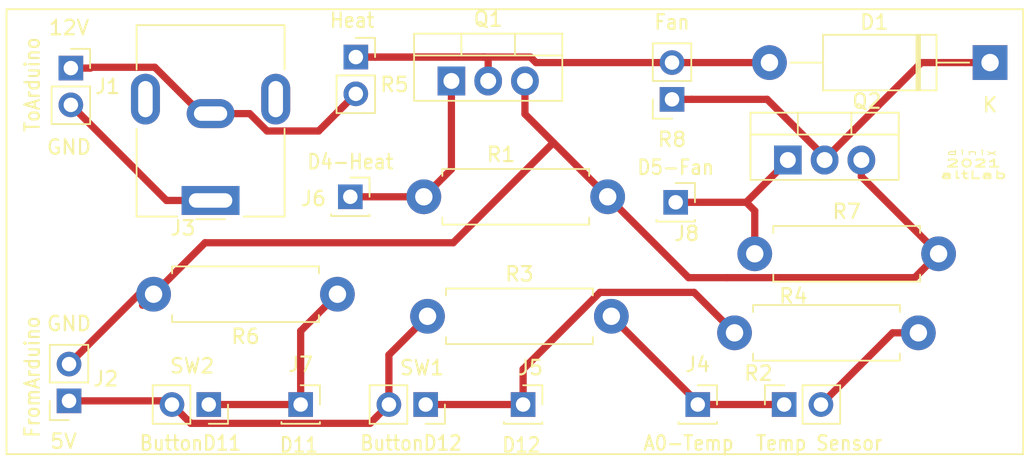
<source format=kicad_pcb>
(kicad_pcb (version 20221018) (generator pcbnew)
  (layers (0 "F.Cu" signal) (31 "B.Cu" signal) (34 "B.Paste" user) (35 "F.Paste" user) (36 "B.SilkS" user "B.Silkscreen") (37 "F.SilkS" user "F.Silkscreen") (38 "B.Mask" user) (39 "F.Mask" user) (44 "Edge.Cuts" user))
  (net 0 "")
  (net 1 "Net-(D1-Pad1)")
  (net 2 "Net-(D1-Pad2)")
  (net 3 "Net-(J1-Pad2)")
  (net 4 "Net-(J1-Pad1)")
  (net 5 "Net-(J2-Pad1)")
  (net 6 "Net-(J2-Pad2)")
  (net 7 "Net-(J4-Pad1)")
  (net 8 "Net-(J5-Pad1)")
  (net 9 "Net-(J6-Pad1)")
  (net 10 "Net-(J7-Pad1)")
  (net 11 "Net-(J8-Pad1)")
  (footprint "Diode_THT:D_DO-15_P15.24mm_Horizontal" (layer "F.Cu") (at 124.968 44.704 180)
    (fp_text reference "D1" (at 8.001 2.794) (layer "F.SilkS"))
    (fp_text value "DIODE")
    (fp_text user "K" (at 0 -2.921) (layer "F.SilkS"))
    (fp_line (start 1.44 0) (end 3.7 0) (stroke (width 0.12)) (layer "F.SilkS"))
    (fp_line (start 3.7 -1.92) (end 3.7 1.92) (stroke (width 0.12)) (layer "F.SilkS"))
    (fp_line (start 3.7 1.92) (end 11.54 1.92) (stroke (width 0.12)) (layer "F.SilkS"))
    (fp_line (start 4.84 -1.92) (end 4.84 1.92) (stroke (width 0.12)) (layer "F.SilkS"))
    (fp_line (start 4.96 -1.92) (end 4.96 1.92) (stroke (width 0.12)) (layer "F.SilkS"))
    (fp_line (start 5.08 -1.92) (end 5.08 1.92) (stroke (width 0.12)) (layer "F.SilkS"))
    (fp_line (start 11.54 -1.92) (end 3.7 -1.92) (stroke (width 0.12)) (layer "F.SilkS"))
    (fp_line (start 11.54 1.92) (end 11.54 -1.92) (stroke (width 0.12)) (layer "F.SilkS"))
    (fp_line (start 13.8 0) (end 11.54 0) (stroke (width 0.12)) (layer "F.SilkS"))
    (pad "1" thru_hole rect (at 0 0 180) (size 2.4 2.4) (drill 1.2) (layers "*.Cu" "*.Mask") (net 1 "Net-(D1-Pad1)"))
    (pad "2" thru_hole oval (at 15.24 0 180) (size 2.4 2.4) (drill 1.2) (layers "*.Cu" "*.Mask") (net 2 "Net-(D1-Pad2)"))
  )
  (footprint "Connector_PinSocket_2.54mm:PinSocket_1x02_P2.54mm_Vertical" (layer "F.Cu") (at 61.468 45.085)
    (fp_text reference "J1" (at 2.54 1.27) (layer "F.SilkS"))
    (fp_text value "ToArduino")
    (fp_line (start -1.33 1.27) (end -1.33 3.87) (stroke (width 0.12)) (layer "F.SilkS"))
    (fp_line (start -1.33 1.27) (end 1.33 1.27) (stroke (width 0.12)) (layer "F.SilkS"))
    (fp_line (start -1.33 3.87) (end 1.33 3.87) (stroke (width 0.12)) (layer "F.SilkS"))
    (fp_line (start 0 -1.33) (end 1.33 -1.33) (stroke (width 0.12)) (layer "F.SilkS"))
    (fp_line (start 1.33 -1.33) (end 1.33 0) (stroke (width 0.12)) (layer "F.SilkS"))
    (fp_line (start 1.33 1.27) (end 1.33 3.87) (stroke (width 0.12)) (layer "F.SilkS"))
    (pad "1" thru_hole rect (at 0 0) (size 1.7 1.7) (drill 1) (layers "*.Cu" "*.Mask") (net 4 "Net-(J1-Pad1)"))
    (pad "2" thru_hole oval (at 0 2.54) (size 1.7 1.7) (drill 1) (layers "*.Cu" "*.Mask") (net 3 "Net-(J1-Pad2)"))
  )
  (footprint "Connector_PinSocket_2.54mm:PinSocket_1x02_P2.54mm_Vertical" (layer "F.Cu") (at 61.341 68.072 180)
    (fp_text reference "J2" (at -2.54 1.524) (layer "F.SilkS"))
    (fp_text value "FromArduino")
    (fp_line (start -1.33 1.27) (end -1.33 3.87) (stroke (width 0.12)) (layer "F.SilkS"))
    (fp_line (start -1.33 1.27) (end 1.33 1.27) (stroke (width 0.12)) (layer "F.SilkS"))
    (fp_line (start -1.33 3.87) (end 1.33 3.87) (stroke (width 0.12)) (layer "F.SilkS"))
    (fp_line (start 0 -1.33) (end 1.33 -1.33) (stroke (width 0.12)) (layer "F.SilkS"))
    (fp_line (start 1.33 -1.33) (end 1.33 0) (stroke (width 0.12)) (layer "F.SilkS"))
    (fp_line (start 1.33 1.27) (end 1.33 3.87) (stroke (width 0.12)) (layer "F.SilkS"))
    (pad "1" thru_hole rect (at 0 0 180) (size 1.7 1.7) (drill 1) (layers "*.Cu" "*.Mask") (net 5 "Net-(J2-Pad1)"))
    (pad "2" thru_hole oval (at 0 2.54 180) (size 1.7 1.7) (drill 1) (layers "*.Cu" "*.Mask") (net 6 "Net-(J2-Pad2)"))
  )
  (footprint "Connector_BarrelJack:BarrelJack_CUI_PJ-063AH_Horizontal" (layer "F.Cu") (at 71.12 54.229 180)
    (fp_text reference "J3" (at 1.905 -1.905) (layer "F.SilkS"))
    (fp_text value "Power12V")
    (fp_line (start -5.11 -1.11) (end -2.3 -1.11) (stroke (width 0.12)) (layer "F.SilkS"))
    (fp_line (start -5.11 4.95) (end -5.11 -1.11) (stroke (width 0.12)) (layer "F.SilkS"))
    (fp_line (start -5.11 12.11) (end -5.11 9.05) (stroke (width 0.12)) (layer "F.SilkS"))
    (fp_line (start -1 -1.3) (end 1 -1.3) (stroke (width 0.12)) (layer "F.SilkS"))
    (fp_line (start 2.3 -1.11) (end 5.11 -1.11) (stroke (width 0.12)) (layer "F.SilkS"))
    (fp_line (start 5.11 -1.11) (end 5.11 4.95) (stroke (width 0.12)) (layer "F.SilkS"))
    (fp_line (start 5.11 9.05) (end 5.11 12.11) (stroke (width 0.12)) (layer "F.SilkS"))
    (fp_line (start 5.11 12.11) (end -5.11 12.11) (stroke (width 0.12)) (layer "F.SilkS"))
    (pad "" np_thru_hole circle (at 0 9 180) (size 1.6 1.6) (drill 1.6) (layers "*.Cu" "*.Mask"))
    (pad "1" thru_hole rect (at 0 0 180) (size 4 2) (drill oval 3 1) (layers "*.Cu" "*.Mask") (net 3 "Net-(J1-Pad2)"))
    (pad "2" thru_hole oval (at 0 6 180) (size 3.3 2) (drill oval 2.3 1) (layers "*.Cu" "*.Mask") (net 4 "Net-(J1-Pad1)"))
    (pad "MP" thru_hole oval (at -4.5 7 180) (size 2 3.5) (drill oval 1 2.5) (layers "*.Cu" "*.Mask"))
    (pad "MP" thru_hole oval (at 4.5 7 180) (size 2 3.5) (drill oval 1 2.5) (layers "*.Cu" "*.Mask"))
  )
  (footprint "Connector_PinSocket_2.54mm:PinSocket_1x01_P2.54mm_Vertical" (layer "F.Cu") (at 104.775 68.326)
    (fp_text reference "J4" (at 0 -2.77) (layer "F.SilkS"))
    (fp_text value "A0 Sensor")
    (fp_line (start -1.33 1.21) (end -1.33 1.33) (stroke (width 0.12)) (layer "F.SilkS"))
    (fp_line (start -1.33 1.33) (end 1.33 1.33) (stroke (width 0.12)) (layer "F.SilkS"))
    (fp_line (start 0 -1.33) (end 1.33 -1.33) (stroke (width 0.12)) (layer "F.SilkS"))
    (fp_line (start 1.33 -1.33) (end 1.33 0) (stroke (width 0.12)) (layer "F.SilkS"))
    (fp_line (start 1.33 1.21) (end 1.33 1.33) (stroke (width 0.12)) (layer "F.SilkS"))
    (pad "1" thru_hole rect (at 0 0) (size 1.7 1.7) (drill 1) (layers "*.Cu" "*.Mask") (net 7 "Net-(J4-Pad1)"))
  )
  (footprint "Connector_PinSocket_2.54mm:PinSocket_1x01_P2.54mm_Vertical" (layer "F.Cu") (at 92.71 68.326)
    (fp_text reference "J5" (at 0.508 -2.54) (layer "F.SilkS"))
    (fp_text value "D12")
    (fp_line (start -1.33 1.21) (end -1.33 1.33) (stroke (width 0.12)) (layer "F.SilkS"))
    (fp_line (start -1.33 1.33) (end 1.33 1.33) (stroke (width 0.12)) (layer "F.SilkS"))
    (fp_line (start 0 -1.33) (end 1.33 -1.33) (stroke (width 0.12)) (layer "F.SilkS"))
    (fp_line (start 1.33 -1.33) (end 1.33 0) (stroke (width 0.12)) (layer "F.SilkS"))
    (fp_line (start 1.33 1.21) (end 1.33 1.33) (stroke (width 0.12)) (layer "F.SilkS"))
    (pad "1" thru_hole rect (at 0 0) (size 1.7 1.7) (drill 1) (layers "*.Cu" "*.Mask") (net 8 "Net-(J5-Pad1)"))
  )
  (footprint "Connector_PinSocket_2.54mm:PinSocket_1x01_P2.54mm_Vertical" (layer "F.Cu") (at 80.772 53.975)
    (fp_text reference "J6" (at -2.54 0.127) (layer "F.SilkS"))
    (fp_text value "D4 - Heat")
    (fp_line (start -1.33 1.21) (end -1.33 1.33) (stroke (width 0.12)) (layer "F.SilkS"))
    (fp_line (start -1.33 1.33) (end 1.33 1.33) (stroke (width 0.12)) (layer "F.SilkS"))
    (fp_line (start 0 -1.33) (end 1.33 -1.33) (stroke (width 0.12)) (layer "F.SilkS"))
    (fp_line (start 1.33 -1.33) (end 1.33 0) (stroke (width 0.12)) (layer "F.SilkS"))
    (fp_line (start 1.33 1.21) (end 1.33 1.33) (stroke (width 0.12)) (layer "F.SilkS"))
    (pad "1" thru_hole rect (at 0 0) (size 1.7 1.7) (drill 1) (layers "*.Cu" "*.Mask") (net 9 "Net-(J6-Pad1)"))
  )
  (footprint "Connector_PinSocket_2.54mm:PinSocket_1x01_P2.54mm_Vertical" (layer "F.Cu") (at 77.343 68.326)
    (fp_text reference "J7" (at 0 -2.77) (layer "F.SilkS"))
    (fp_text value "D11")
    (fp_line (start -1.33 1.21) (end -1.33 1.33) (stroke (width 0.12)) (layer "F.SilkS"))
    (fp_line (start -1.33 1.33) (end 1.33 1.33) (stroke (width 0.12)) (layer "F.SilkS"))
    (fp_line (start 0 -1.33) (end 1.33 -1.33) (stroke (width 0.12)) (layer "F.SilkS"))
    (fp_line (start 1.33 -1.33) (end 1.33 0) (stroke (width 0.12)) (layer "F.SilkS"))
    (fp_line (start 1.33 1.21) (end 1.33 1.33) (stroke (width 0.12)) (layer "F.SilkS"))
    (pad "1" thru_hole rect (at 0 0) (size 1.7 1.7) (drill 1) (layers "*.Cu" "*.Mask") (net 10 "Net-(J7-Pad1)"))
  )
  (footprint "Connector_PinSocket_2.54mm:PinSocket_1x01_P2.54mm_Vertical" (layer "F.Cu") (at 103.251 54.356)
    (fp_text reference "J8" (at 0.762 2.159) (layer "F.SilkS"))
    (fp_text value "D5-Fan")
    (fp_line (start -1.33 1.21) (end -1.33 1.33) (stroke (width 0.12)) (layer "F.SilkS"))
    (fp_line (start -1.33 1.33) (end 1.33 1.33) (stroke (width 0.12)) (layer "F.SilkS"))
    (fp_line (start 0 -1.33) (end 1.33 -1.33) (stroke (width 0.12)) (layer "F.SilkS"))
    (fp_line (start 1.33 -1.33) (end 1.33 0) (stroke (width 0.12)) (layer "F.SilkS"))
    (fp_line (start 1.33 1.21) (end 1.33 1.33) (stroke (width 0.12)) (layer "F.SilkS"))
    (pad "1" thru_hole rect (at 0 0) (size 1.7 1.7) (drill 1) (layers "*.Cu" "*.Mask") (net 11 "Net-(J8-Pad1)"))
  )
  (footprint "Package_TO_SOT_THT:TO-220-3_Vertical" (layer "F.Cu") (at 87.757 45.974)
    (fp_text reference "Q1" (at 2.54 -4.27) (layer "F.SilkS"))
    (fp_text value "IRF-Heat")
    (fp_line (start -2.58 -3.27) (end -2.58 1.371) (stroke (width 0.12)) (layer "F.SilkS"))
    (fp_line (start -2.58 -3.27) (end 7.66 -3.27) (stroke (width 0.12)) (layer "F.SilkS"))
    (fp_line (start -2.58 -1.76) (end 7.66 -1.76) (stroke (width 0.12)) (layer "F.SilkS"))
    (fp_line (start -2.58 1.371) (end 7.66 1.371) (stroke (width 0.12)) (layer "F.SilkS"))
    (fp_line (start 0.69 -3.27) (end 0.69 -1.76) (stroke (width 0.12)) (layer "F.SilkS"))
    (fp_line (start 4.391 -3.27) (end 4.391 -1.76) (stroke (width 0.12)) (layer "F.SilkS"))
    (fp_line (start 7.66 -3.27) (end 7.66 1.371) (stroke (width 0.12)) (layer "F.SilkS"))
    (pad "1" thru_hole rect (at 0 0) (size 1.905 2) (drill 1.1) (layers "*.Cu" "*.Mask") (net 9 "Net-(J6-Pad1)"))
    (pad "2" thru_hole oval (at 2.54 0) (size 1.905 2) (drill 1.1) (layers "*.Cu" "*.Mask") (net 2 "Net-(D1-Pad2)"))
    (pad "3" thru_hole oval (at 5.08 0) (size 1.905 2) (drill 1.1) (layers "*.Cu" "*.Mask") (net 6 "Net-(J2-Pad2)"))
  )
  (footprint "Package_TO_SOT_THT:TO-220-3_Vertical" (layer "F.Cu") (at 110.998 51.435)
    (fp_text reference "Q2" (at 5.461 -4.064) (layer "F.SilkS"))
    (fp_text value "IRF-Fan")
    (fp_line (start -2.58 -3.27) (end -2.58 1.371) (stroke (width 0.12)) (layer "F.SilkS"))
    (fp_line (start -2.58 -3.27) (end 7.66 -3.27) (stroke (width 0.12)) (layer "F.SilkS"))
    (fp_line (start -2.58 -1.76) (end 7.66 -1.76) (stroke (width 0.12)) (layer "F.SilkS"))
    (fp_line (start -2.58 1.371) (end 7.66 1.371) (stroke (width 0.12)) (layer "F.SilkS"))
    (fp_line (start 0.69 -3.27) (end 0.69 -1.76) (stroke (width 0.12)) (layer "F.SilkS"))
    (fp_line (start 4.391 -3.27) (end 4.391 -1.76) (stroke (width 0.12)) (layer "F.SilkS"))
    (fp_line (start 7.66 -3.27) (end 7.66 1.371) (stroke (width 0.12)) (layer "F.SilkS"))
    (pad "1" thru_hole rect (at 0 0) (size 1.905 2) (drill 1.1) (layers "*.Cu" "*.Mask") (net 11 "Net-(J8-Pad1)"))
    (pad "2" thru_hole oval (at 2.54 0) (size 1.905 2) (drill 1.1) (layers "*.Cu" "*.Mask") (net 1 "Net-(D1-Pad1)"))
    (pad "3" thru_hole oval (at 5.08 0) (size 1.905 2) (drill 1.1) (layers "*.Cu" "*.Mask") (net 6 "Net-(J2-Pad2)"))
  )
  (footprint "Resistor_THT:R_Axial_DIN0411_L9.9mm_D3.6mm_P12.70mm_Horizontal" (layer "F.Cu") (at 85.852 53.975)
    (fp_text reference "R1" (at 5.334 -2.921) (layer "F.SilkS"))
    (fp_text value "Heat-R")
    (fp_line (start 1.28 -1.92) (end 11.42 -1.92) (stroke (width 0.12)) (layer "F.SilkS"))
    (fp_line (start 1.28 -1.44) (end 1.28 -1.92) (stroke (width 0.12)) (layer "F.SilkS"))
    (fp_line (start 1.28 1.44) (end 1.28 1.92) (stroke (width 0.12)) (layer "F.SilkS"))
    (fp_line (start 1.28 1.92) (end 11.42 1.92) (stroke (width 0.12)) (layer "F.SilkS"))
    (fp_line (start 11.42 -1.92) (end 11.42 -1.44) (stroke (width 0.12)) (layer "F.SilkS"))
    (fp_line (start 11.42 1.92) (end 11.42 1.44) (stroke (width 0.12)) (layer "F.SilkS"))
    (pad "1" thru_hole circle (at 0 0) (size 2.4 2.4) (drill 1.2) (layers "*.Cu" "*.Mask") (net 9 "Net-(J6-Pad1)"))
    (pad "2" thru_hole oval (at 12.7 0) (size 2.4 2.4) (drill 1.2) (layers "*.Cu" "*.Mask") (net 6 "Net-(J2-Pad2)"))
  )
  (footprint "Connector_PinSocket_2.54mm:PinSocket_1x02_P2.54mm_Vertical" (layer "F.Cu") (at 110.744 68.326 90)
    (fp_text reference "R2" (at 2.159 -1.778 180) (layer "F.SilkS"))
    (fp_text value "Sensor")
    (fp_line (start -1.33 1.27) (end -1.33 3.87) (stroke (width 0.12)) (layer "F.SilkS"))
    (fp_line (start -1.33 1.27) (end 1.33 1.27) (stroke (width 0.12)) (layer "F.SilkS"))
    (fp_line (start -1.33 3.87) (end 1.33 3.87) (stroke (width 0.12)) (layer "F.SilkS"))
    (fp_line (start 0 -1.33) (end 1.33 -1.33) (stroke (width 0.12)) (layer "F.SilkS"))
    (fp_line (start 1.33 -1.33) (end 1.33 0) (stroke (width 0.12)) (layer "F.SilkS"))
    (fp_line (start 1.33 1.27) (end 1.33 3.87) (stroke (width 0.12)) (layer "F.SilkS"))
    (pad "1" thru_hole rect (at 0 0 90) (size 1.7 1.7) (drill 1) (layers "*.Cu" "*.Mask") (net 7 "Net-(J4-Pad1)"))
    (pad "2" thru_hole oval (at 0 2.54 90) (size 1.7 1.7) (drill 1) (layers "*.Cu" "*.Mask") (net 6 "Net-(J2-Pad2)"))
  )
  (footprint "Resistor_THT:R_Axial_DIN0411_L9.9mm_D3.6mm_P12.70mm_Horizontal" (layer "F.Cu") (at 86.106 62.23)
    (fp_text reference "R3" (at 6.35 -2.92) (layer "F.SilkS"))
    (fp_text value "Temp R")
    (fp_line (start 1.28 -1.92) (end 11.42 -1.92) (stroke (width 0.12)) (layer "F.SilkS"))
    (fp_line (start 1.28 -1.44) (end 1.28 -1.92) (stroke (width 0.12)) (layer "F.SilkS"))
    (fp_line (start 1.28 1.44) (end 1.28 1.92) (stroke (width 0.12)) (layer "F.SilkS"))
    (fp_line (start 1.28 1.92) (end 11.42 1.92) (stroke (width 0.12)) (layer "F.SilkS"))
    (fp_line (start 11.42 -1.92) (end 11.42 -1.44) (stroke (width 0.12)) (layer "F.SilkS"))
    (fp_line (start 11.42 1.92) (end 11.42 1.44) (stroke (width 0.12)) (layer "F.SilkS"))
    (pad "1" thru_hole circle (at 0 0) (size 2.4 2.4) (drill 1.2) (layers "*.Cu" "*.Mask") (net 5 "Net-(J2-Pad1)"))
    (pad "2" thru_hole oval (at 12.7 0) (size 2.4 2.4) (drill 1.2) (layers "*.Cu" "*.Mask") (net 7 "Net-(J4-Pad1)"))
  )
  (footprint "Resistor_THT:R_Axial_DIN0411_L9.9mm_D3.6mm_P12.70mm_Horizontal" (layer "F.Cu") (at 107.315 63.373)
    (fp_text reference "R4" (at 4.064 -2.54) (layer "F.SilkS"))
    (fp_text value "Pull-D12")
    (fp_line (start 1.28 -1.92) (end 11.42 -1.92) (stroke (width 0.12)) (layer "F.SilkS"))
    (fp_line (start 1.28 -1.44) (end 1.28 -1.92) (stroke (width 0.12)) (layer "F.SilkS"))
    (fp_line (start 1.28 1.44) (end 1.28 1.92) (stroke (width 0.12)) (layer "F.SilkS"))
    (fp_line (start 1.28 1.92) (end 11.42 1.92) (stroke (width 0.12)) (layer "F.SilkS"))
    (fp_line (start 11.42 -1.92) (end 11.42 -1.44) (stroke (width 0.12)) (layer "F.SilkS"))
    (fp_line (start 11.42 1.92) (end 11.42 1.44) (stroke (width 0.12)) (layer "F.SilkS"))
    (pad "1" thru_hole circle (at 0 0) (size 2.4 2.4) (drill 1.2) (layers "*.Cu" "*.Mask") (net 8 "Net-(J5-Pad1)"))
    (pad "2" thru_hole oval (at 12.7 0) (size 2.4 2.4) (drill 1.2) (layers "*.Cu" "*.Mask") (net 6 "Net-(J2-Pad2)"))
  )
  (footprint "Connector_PinSocket_2.54mm:PinSocket_1x02_P2.54mm_Vertical" (layer "F.Cu") (at 81.153 44.323)
    (fp_text reference "R5" (at 2.667 1.905) (layer "F.SilkS"))
    (fp_text value "Heating")
    (fp_line (start -1.33 1.27) (end -1.33 3.87) (stroke (width 0.12)) (layer "F.SilkS"))
    (fp_line (start -1.33 1.27) (end 1.33 1.27) (stroke (width 0.12)) (layer "F.SilkS"))
    (fp_line (start -1.33 3.87) (end 1.33 3.87) (stroke (width 0.12)) (layer "F.SilkS"))
    (fp_line (start 0 -1.33) (end 1.33 -1.33) (stroke (width 0.12)) (layer "F.SilkS"))
    (fp_line (start 1.33 -1.33) (end 1.33 0) (stroke (width 0.12)) (layer "F.SilkS"))
    (fp_line (start 1.33 1.27) (end 1.33 3.87) (stroke (width 0.12)) (layer "F.SilkS"))
    (pad "1" thru_hole rect (at 0 0) (size 1.7 1.7) (drill 1) (layers "*.Cu" "*.Mask") (net 2 "Net-(D1-Pad2)"))
    (pad "2" thru_hole oval (at 0 2.54) (size 1.7 1.7) (drill 1) (layers "*.Cu" "*.Mask") (net 4 "Net-(J1-Pad1)"))
  )
  (footprint "Resistor_THT:R_Axial_DIN0411_L9.9mm_D3.6mm_P12.70mm_Horizontal" (layer "F.Cu") (at 79.883 60.706 180)
    (fp_text reference "R6" (at 6.35 -2.92) (layer "F.SilkS"))
    (fp_text value "Pull-D11")
    (fp_line (start 1.28 -1.92) (end 11.42 -1.92) (stroke (width 0.12)) (layer "F.SilkS"))
    (fp_line (start 1.28 -1.44) (end 1.28 -1.92) (stroke (width 0.12)) (layer "F.SilkS"))
    (fp_line (start 1.28 1.44) (end 1.28 1.92) (stroke (width 0.12)) (layer "F.SilkS"))
    (fp_line (start 1.28 1.92) (end 11.42 1.92) (stroke (width 0.12)) (layer "F.SilkS"))
    (fp_line (start 11.42 -1.92) (end 11.42 -1.44) (stroke (width 0.12)) (layer "F.SilkS"))
    (fp_line (start 11.42 1.92) (end 11.42 1.44) (stroke (width 0.12)) (layer "F.SilkS"))
    (pad "1" thru_hole circle (at 0 0 180) (size 2.4 2.4) (drill 1.2) (layers "*.Cu" "*.Mask") (net 10 "Net-(J7-Pad1)"))
    (pad "2" thru_hole oval (at 12.7 0 180) (size 2.4 2.4) (drill 1.2) (layers "*.Cu" "*.Mask") (net 6 "Net-(J2-Pad2)"))
  )
  (footprint "Resistor_THT:R_Axial_DIN0411_L9.9mm_D3.6mm_P12.70mm_Horizontal" (layer "F.Cu") (at 108.712 57.912)
    (fp_text reference "R7" (at 6.35 -2.92) (layer "F.SilkS"))
    (fp_text value "Fan-R")
    (fp_line (start 1.28 -1.92) (end 11.42 -1.92) (stroke (width 0.12)) (layer "F.SilkS"))
    (fp_line (start 1.28 -1.44) (end 1.28 -1.92) (stroke (width 0.12)) (layer "F.SilkS"))
    (fp_line (start 1.28 1.44) (end 1.28 1.92) (stroke (width 0.12)) (layer "F.SilkS"))
    (fp_line (start 1.28 1.92) (end 11.42 1.92) (stroke (width 0.12)) (layer "F.SilkS"))
    (fp_line (start 11.42 -1.92) (end 11.42 -1.44) (stroke (width 0.12)) (layer "F.SilkS"))
    (fp_line (start 11.42 1.92) (end 11.42 1.44) (stroke (width 0.12)) (layer "F.SilkS"))
    (pad "1" thru_hole circle (at 0 0) (size 2.4 2.4) (drill 1.2) (layers "*.Cu" "*.Mask") (net 11 "Net-(J8-Pad1)"))
    (pad "2" thru_hole oval (at 12.7 0) (size 2.4 2.4) (drill 1.2) (layers "*.Cu" "*.Mask") (net 6 "Net-(J2-Pad2)"))
  )
  (footprint "Connector_PinSocket_2.54mm:PinSocket_1x02_P2.54mm_Vertical" (layer "F.Cu") (at 102.997 47.244 180)
    (fp_text reference "R8" (at 0 -2.77) (layer "F.SilkS"))
    (fp_text value "Fan")
    (fp_line (start -1.33 1.27) (end -1.33 3.87) (stroke (width 0.12)) (layer "F.SilkS"))
    (fp_line (start -1.33 1.27) (end 1.33 1.27) (stroke (width 0.12)) (layer "F.SilkS"))
    (fp_line (start -1.33 3.87) (end 1.33 3.87) (stroke (width 0.12)) (layer "F.SilkS"))
    (fp_line (start 0 -1.33) (end 1.33 -1.33) (stroke (width 0.12)) (layer "F.SilkS"))
    (fp_line (start 1.33 -1.33) (end 1.33 0) (stroke (width 0.12)) (layer "F.SilkS"))
    (fp_line (start 1.33 1.27) (end 1.33 3.87) (stroke (width 0.12)) (layer "F.SilkS"))
    (pad "1" thru_hole rect (at 0 0 180) (size 1.7 1.7) (drill 1) (layers "*.Cu" "*.Mask") (net 1 "Net-(D1-Pad1)"))
    (pad "2" thru_hole oval (at 0 2.54 180) (size 1.7 1.7) (drill 1) (layers "*.Cu" "*.Mask") (net 2 "Net-(D1-Pad2)"))
  )
  (footprint "Connector_PinSocket_2.54mm:PinSocket_1x02_P2.54mm_Vertical" (layer "F.Cu") (at 85.979 68.326 -90)
    (fp_text reference "SW1" (at -2.54 0.254 180) (layer "F.SilkS"))
    (fp_text value "Button +")
    (fp_line (start -1.33 1.27) (end -1.33 3.87) (stroke (width 0.12)) (layer "F.SilkS"))
    (fp_line (start -1.33 1.27) (end 1.33 1.27) (stroke (width 0.12)) (layer "F.SilkS"))
    (fp_line (start -1.33 3.87) (end 1.33 3.87) (stroke (width 0.12)) (layer "F.SilkS"))
    (fp_line (start 0 -1.33) (end 1.33 -1.33) (stroke (width 0.12)) (layer "F.SilkS"))
    (fp_line (start 1.33 -1.33) (end 1.33 0) (stroke (width 0.12)) (layer "F.SilkS"))
    (fp_line (start 1.33 1.27) (end 1.33 3.87) (stroke (width 0.12)) (layer "F.SilkS"))
    (pad "1" thru_hole rect (at 0 0 270) (size 1.7 1.7) (drill 1) (layers "*.Cu" "*.Mask") (net 8 "Net-(J5-Pad1)"))
    (pad "2" thru_hole oval (at 0 2.54 270) (size 1.7 1.7) (drill 1) (layers "*.Cu" "*.Mask") (net 5 "Net-(J2-Pad1)"))
  )
  (footprint "Connector_PinSocket_2.54mm:PinSocket_1x02_P2.54mm_Vertical" (layer "F.Cu") (at 70.993 68.326 -90)
    (fp_text reference "SW2" (at -2.667 1.143 180) (layer "F.SilkS"))
    (fp_text value "Button -")
    (fp_line (start -1.33 1.27) (end -1.33 3.87) (stroke (width 0.12)) (layer "F.SilkS"))
    (fp_line (start -1.33 1.27) (end 1.33 1.27) (stroke (width 0.12)) (layer "F.SilkS"))
    (fp_line (start -1.33 3.87) (end 1.33 3.87) (stroke (width 0.12)) (layer "F.SilkS"))
    (fp_line (start 0 -1.33) (end 1.33 -1.33) (stroke (width 0.12)) (layer "F.SilkS"))
    (fp_line (start 1.33 -1.33) (end 1.33 0) (stroke (width 0.12)) (layer "F.SilkS"))
    (fp_line (start 1.33 1.27) (end 1.33 3.87) (stroke (width 0.12)) (layer "F.SilkS"))
    (pad "1" thru_hole rect (at 0 0 270) (size 1.7 1.7) (drill 1) (layers "*.Cu" "*.Mask") (net 10 "Net-(J7-Pad1)"))
    (pad "2" thru_hole oval (at 0 2.54 270) (size 1.7 1.7) (drill 1) (layers "*.Cu" "*.Mask") (net 5 "Net-(J2-Pad1)"))
  )
  (gr_line (start 57.023 41.021) (end 57.023 41.275) (stroke (width 0.12)) (layer "F.SilkS"))
  (gr_line (start 127.254 71.755) (end 127.127 71.755) (stroke (width 0.12)) (layer "F.SilkS"))
  (gr_line (start 57.023 41.275) (end 57.023 71.755) (stroke (width 0.12)) (layer "F.SilkS"))
  (gr_line (start 127.254 41.021) (end 127.254 71.755) (stroke (width 0.12)) (layer "F.SilkS"))
  (gr_line (start 127.254 41.021) (end 57.023 41.021) (stroke (width 0.12)) (layer "F.SilkS"))
  (gr_line (start 127.127 71.755) (end 57.023 71.755) (stroke (width 0.12)) (layer "F.SilkS"))
  (gr_text "FromArduino" (at 58.801 66.421 90) (layer "F.SilkS") (effects (font (size 1 0.9))))
  (gr_text "D12" (at 92.583 71.12) (layer "F.SilkS") (effects (font (size 1 0.9))))
  (gr_text "D11" (at 77.216 71.12) (layer "F.SilkS") (effects (font (size 1 0.9))))
  (gr_text "ButtonD12" (at 84.963 70.993) (layer "F.SilkS") (effects (font (size 1 0.9))))
  (gr_text "Fan" (at 102.997 41.91) (layer "F.SilkS") (effects (font (size 1 0.9))))
  (gr_text "5V" (at 60.96 70.866) (layer "F.SilkS") (effects (font (size 1 1))))
  (gr_text "dinix" (at 123.698 50.927) (layer "F.SilkS") (effects (font (size 0.3 1) (thickness 0.075))))
  (gr_text "Heat" (at 80.899 41.783) (layer "F.SilkS") (effects (font (size 1 0.9))))
  (gr_text "2021\naltLab" (at 123.825 52.07) (layer "F.SilkS") (effects (font (size 0.5 1) (thickness 0.125))))
  (gr_text "12V" (at 61.341 42.291) (layer "F.SilkS") (effects (font (size 1 1))))
  (gr_text "Temp Sensor" (at 113.157 70.993) (layer "F.SilkS") (effects (font (size 1 0.9))))
  (gr_text "A0-Temp" (at 104.14 70.993) (layer "F.SilkS") (effects (font (size 1 0.9))))
  (gr_text "D5-Fan" (at 103.251 51.943) (layer "F.SilkS") (effects (font (size 1 0.9))))
  (gr_text "ToArduino" (at 58.801 46.228 90) (layer "F.SilkS") (effects (font (size 1 0.9))))
  (gr_text "ButtonD11" (at 69.723 70.993) (layer "F.SilkS") (effects (font (size 1 0.9))))
  (gr_text "GND" (at 61.341 50.546) (layer "F.SilkS") (effects (font (size 1 1))))
  (gr_text "GND" (at 61.341 62.738) (layer "F.SilkS") (effects (font (size 1 1))))
  (gr_text "D4-Heat" (at 80.772 51.562) (layer "F.SilkS") (effects (font (size 1 0.9))))
  (segment (start 113.538 51.435) (end 113.538 51.212498) (width 0.5) (layer "F.Cu") (net 1))
  (segment (start 113.538 51.3875) (end 120.2215 44.704) (width 0.5) (layer "F.Cu") (net 1))
  (segment (start 113.538 51.435) (end 113.538 51.3875) (width 0.5) (layer "F.Cu") (net 1))
  (segment (start 109.569502 47.244) (end 104.347 47.244) (width 0.5) (layer "F.Cu") (net 1))
  (segment (start 120.2215 44.704) (end 123.268 44.704) (width 0.5) (layer "F.Cu") (net 1))
  (segment (start 123.268 44.704) (end 124.968 44.704) (width 0.5) (layer "F.Cu") (net 1))
  (segment (start 104.347 47.244) (end 102.997 47.244) (width 0.5) (layer "F.Cu") (net 1))
  (segment (start 113.538 51.212498) (end 109.569502 47.244) (width 0.5) (layer "F.Cu") (net 1))
  (segment (start 93.597948 44.704) (end 93.216948 44.323) (width 0.5) (layer "F.Cu") (net 2))
  (segment (start 82.503 44.323) (end 81.153 44.323) (width 0.5) (layer "F.Cu") (net 2))
  (segment (start 81.153 44.323) (end 90.146 44.323) (width 0.5) (layer "F.Cu") (net 2))
  (segment (start 90.297 45.974) (end 90.297 44.474) (width 0.5) (layer "F.Cu") (net 2))
  (segment (start 89.916 44.323) (end 82.503 44.323) (width 0.5) (layer "F.Cu") (net 2))
  (segment (start 90.297 44.474) (end 90.146 44.323) (width 0.5) (layer "F.Cu") (net 2))
  (segment (start 93.216948 44.323) (end 89.916 44.323) (width 0.5) (layer "F.Cu") (net 2))
  (segment (start 102.997 44.704) (end 93.597948 44.704) (width 0.5) (layer "F.Cu") (net 2))
  (segment (start 90.146 44.323) (end 89.916 44.323) (width 0.5) (layer "F.Cu") (net 2))
  (segment (start 109.728 44.704) (end 102.997 44.704) (width 0.5) (layer "F.Cu") (net 2))
  (segment (start 61.468 47.625) (end 68.072 54.229) (width 0.5) (layer "F.Cu") (net 3))
  (segment (start 68.072 54.229) (end 71.12 54.229) (width 0.5) (layer "F.Cu") (net 3))
  (segment (start 71.12 48.229) (end 73.819377 48.229) (width 0.5) (layer "F.Cu") (net 4))
  (segment (start 62.87401 45.02899) (end 67.26999 45.02899) (width 0.5) (layer "F.Cu") (net 4))
  (segment (start 75.019387 49.42901) (end 78.58699 49.42901) (width 0.5) (layer "F.Cu") (net 4))
  (segment (start 73.819377 48.229) (end 75.019387 49.42901) (width 0.5) (layer "F.Cu") (net 4))
  (segment (start 70.47 48.229) (end 71.12 48.229) (width 0.5) (layer "F.Cu") (net 4))
  (segment (start 78.58699 49.42901) (end 80.303001 47.712999) (width 0.5) (layer "F.Cu") (net 4))
  (segment (start 62.818 45.085) (end 62.87401 45.02899) (width 0.5) (layer "F.Cu") (net 4))
  (segment (start 61.468 45.085) (end 62.818 45.085) (width 0.5) (layer "F.Cu") (net 4))
  (segment (start 67.26999 45.02899) (end 70.47 48.229) (width 0.5) (layer "F.Cu") (net 4))
  (segment (start 80.303001 47.712999) (end 81.153 46.863) (width 0.5) (layer "F.Cu") (net 4))
  (segment (start 82.138999 69.626001) (end 82.589001 69.175999) (width 0.5) (layer "F.Cu") (net 5))
  (segment (start 68.199 68.072) (end 68.453 68.326) (width 0.5) (layer "F.Cu") (net 5))
  (segment (start 69.753001 69.626001) (end 82.138999 69.626001) (width 0.5) (layer "F.Cu") (net 5))
  (segment (start 68.453 68.326) (end 69.753001 69.626001) (width 0.5) (layer "F.Cu") (net 5))
  (segment (start 83.439 68.326) (end 83.439 64.897) (width 0.5) (layer "F.Cu") (net 5))
  (segment (start 82.589001 69.175999) (end 83.439 68.326) (width 0.5) (layer "F.Cu") (net 5))
  (segment (start 83.439 64.897) (end 86.106 62.23) (width 0.5) (layer "F.Cu") (net 5))
  (segment (start 61.341 68.072) (end 68.199 68.072) (width 0.5) (layer "F.Cu") (net 5))
  (segment (start 113.284 68.326) (end 118.237 63.373) (width 0.5) (layer "F.Cu") (net 6))
  (segment (start 92.837 48.26) (end 94.8055 50.2285) (width 0.5) (layer "F.Cu") (net 6))
  (segment (start 66.421 61.468) (end 67.183 60.706) (width 0.5) (layer "F.Cu") (net 6))
  (segment (start 118.237 63.373) (end 120.015 63.373) (width 0.5) (layer "F.Cu") (net 6))
  (segment (start 121.412 57.912) (end 116.078 52.578) (width 0.5) (layer "F.Cu") (net 6))
  (segment (start 116.078 52.578) (end 116.078 51.435) (width 0.5) (layer "F.Cu") (net 6))
  (segment (start 119.761999 59.562001) (end 120.212001 59.111999) (width 0.5) (layer "F.Cu") (net 6))
  (segment (start 67.183 60.706) (end 70.739 57.15) (width 0.5) (layer "F.Cu") (net 6))
  (segment (start 104.139001 59.562001) (end 106.806001 59.562001) (width 0.5) (layer "F.Cu") (net 6))
  (segment (start 66.167 60.706) (end 67.183 60.706) (width 0.5) (layer "F.Cu") (net 6))
  (segment (start 94.8055 50.2285) (end 98.552 53.975) (width 0.5) (layer "F.Cu") (net 6))
  (segment (start 98.552 53.975) (end 104.139001 59.562001) (width 0.5) (layer "F.Cu") (net 6))
  (segment (start 106.806001 59.562001) (end 119.761999 59.562001) (width 0.5) (layer "F.Cu") (net 6))
  (segment (start 92.837 45.974) (end 92.837 48.26) (width 0.5) (layer "F.Cu") (net 6))
  (segment (start 61.341 65.532) (end 66.167 60.706) (width 0.5) (layer "F.Cu") (net 6))
  (segment (start 120.212001 59.111999) (end 121.412 57.912) (width 0.5) (layer "F.Cu") (net 6))
  (segment (start 87.884 57.15) (end 94.8055 50.2285) (width 0.5) (layer "F.Cu") (net 6))
  (segment (start 70.739 57.15) (end 87.884 57.15) (width 0.5) (layer "F.Cu") (net 6))
  (segment (start 104.775 68.326) (end 106.125 68.326) (width 0.5) (layer "F.Cu") (net 7))
  (segment (start 98.806 62.23) (end 104.775 68.199) (width 0.5) (layer "F.Cu") (net 7))
  (segment (start 106.125 68.326) (end 110.744 68.326) (width 0.5) (layer "F.Cu") (net 7))
  (segment (start 104.775 68.199) (end 104.775 68.326) (width 0.5) (layer "F.Cu") (net 7))
  (segment (start 92.71 65.883998) (end 92.71 66.976) (width 0.5) (layer "F.Cu") (net 8))
  (segment (start 107.315 63.373) (end 104.521999 60.579999) (width 0.5) (layer "F.Cu") (net 8))
  (segment (start 85.979 68.326) (end 87.329 68.326) (width 0.5) (layer "F.Cu") (net 8))
  (segment (start 104.521999 60.579999) (end 98.013999 60.579999) (width 0.5) (layer "F.Cu") (net 8))
  (segment (start 87.329 68.326) (end 92.71 68.326) (width 0.5) (layer "F.Cu") (net 8))
  (segment (start 92.71 66.976) (end 92.71 68.326) (width 0.5) (layer "F.Cu") (net 8))
  (segment (start 98.013999 60.579999) (end 92.71 65.883998) (width 0.5) (layer "F.Cu") (net 8))
  (segment (start 87.757 45.974) (end 87.757 52.07) (width 0.5) (layer "F.Cu") (net 9))
  (segment (start 85.852 53.975) (end 80.772 53.975) (width 0.5) (layer "F.Cu") (net 9))
  (segment (start 87.757 52.07) (end 85.852 53.975) (width 0.5) (layer "F.Cu") (net 9))
  (segment (start 77.343 68.326) (end 77.343 63.246) (width 0.5) (layer "F.Cu") (net 10))
  (segment (start 70.993 68.326) (end 77.343 68.326) (width 0.5) (layer "F.Cu") (net 10))
  (segment (start 77.343 63.246) (end 79.883 60.706) (width 0.5) (layer "F.Cu") (net 10))
  (segment (start 108.1245 54.356) (end 108.712 54.9435) (width 0.5) (layer "F.Cu") (net 11))
  (segment (start 103.251 54.356) (end 108.1245 54.356) (width 0.5) (layer "F.Cu") (net 11))
  (segment (start 108.712 54.9435) (end 108.712 57.912) (width 0.5) (layer "F.Cu") (net 11))
  (segment (start 110.998 51.4825) (end 110.998 51.435) (width 0.5) (layer "F.Cu") (net 11))
  (segment (start 108.1245 54.356) (end 110.998 51.4825) (width 0.5) (layer "F.Cu") (net 11))
)
</source>
